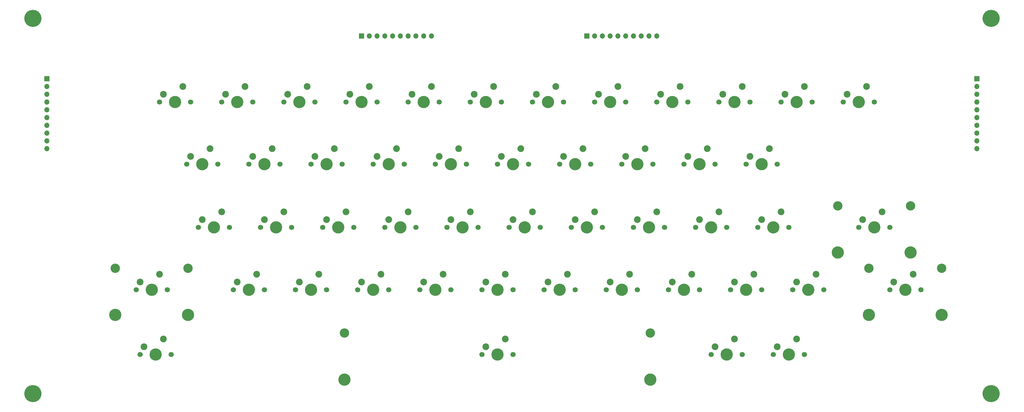
<source format=gts>
%TF.GenerationSoftware,KiCad,Pcbnew,(6.0.1)*%
%TF.CreationDate,2022-07-30T17:19:38+08:00*%
%TF.ProjectId,CrVisionMech,43725669-7369-46f6-9e4d-6563682e6b69,rev?*%
%TF.SameCoordinates,Original*%
%TF.FileFunction,Soldermask,Top*%
%TF.FilePolarity,Negative*%
%FSLAX46Y46*%
G04 Gerber Fmt 4.6, Leading zero omitted, Abs format (unit mm)*
G04 Created by KiCad (PCBNEW (6.0.1)) date 2022-07-30 17:19:38*
%MOMM*%
%LPD*%
G01*
G04 APERTURE LIST*
%ADD10C,1.700000*%
%ADD11C,4.000000*%
%ADD12C,2.200000*%
%ADD13C,5.600000*%
%ADD14R,1.700000X1.700000*%
%ADD15O,1.700000X1.700000*%
%ADD16C,3.050000*%
G04 APERTURE END LIST*
D10*
X232410000Y-125730000D03*
X242570000Y-125730000D03*
D11*
X237490000Y-125730000D03*
D12*
X240030000Y-120650000D03*
X233680000Y-123190000D03*
D11*
X318770000Y-125730000D03*
D10*
X313690000Y-125730000D03*
X323850000Y-125730000D03*
D12*
X321310000Y-120650000D03*
X314960000Y-123190000D03*
D13*
X48815000Y-221060000D03*
D10*
X171450000Y-125730000D03*
D11*
X176530000Y-125730000D03*
D10*
X181610000Y-125730000D03*
D12*
X179070000Y-120650000D03*
X172720000Y-123190000D03*
D10*
X271780000Y-146050000D03*
D11*
X266700000Y-146050000D03*
D10*
X261620000Y-146050000D03*
D12*
X269240000Y-140970000D03*
X262890000Y-143510000D03*
D10*
X236220000Y-187080000D03*
X246380000Y-187080000D03*
D11*
X241300000Y-187080000D03*
D12*
X243840000Y-182000000D03*
X237490000Y-184540000D03*
D11*
X281940000Y-187080000D03*
D10*
X287020000Y-187080000D03*
X276860000Y-187080000D03*
D12*
X284480000Y-182000000D03*
X278130000Y-184540000D03*
D14*
X156210000Y-104140000D03*
D15*
X158750000Y-104140000D03*
X161290000Y-104140000D03*
X163830000Y-104140000D03*
X166370000Y-104140000D03*
X168910000Y-104140000D03*
X171450000Y-104140000D03*
X173990000Y-104140000D03*
X176530000Y-104140000D03*
X179070000Y-104140000D03*
D10*
X129540000Y-146050000D03*
D11*
X124460000Y-146050000D03*
D10*
X119380000Y-146050000D03*
D12*
X127000000Y-140970000D03*
X120650000Y-143510000D03*
D11*
X335750000Y-174930000D03*
D10*
X318770000Y-166690000D03*
X328930000Y-166690000D03*
D11*
X323850000Y-166690000D03*
D16*
X311950000Y-159690000D03*
X335750000Y-159690000D03*
D11*
X311950000Y-174930000D03*
D12*
X326390000Y-161610000D03*
X320040000Y-164150000D03*
D11*
X144780000Y-146050000D03*
D10*
X139700000Y-146050000D03*
X149860000Y-146050000D03*
D12*
X147320000Y-140970000D03*
X140970000Y-143510000D03*
D10*
X170180000Y-146050000D03*
D11*
X165100000Y-146050000D03*
D10*
X160020000Y-146050000D03*
D12*
X167640000Y-140970000D03*
X161290000Y-143510000D03*
D10*
X220980000Y-146050000D03*
X231140000Y-146050000D03*
D11*
X226060000Y-146050000D03*
D12*
X228600000Y-140970000D03*
X222250000Y-143510000D03*
D13*
X48815000Y-98345000D03*
D11*
X139700000Y-187080000D03*
D10*
X134620000Y-187080000D03*
X144780000Y-187080000D03*
D12*
X142240000Y-182000000D03*
X135890000Y-184540000D03*
D11*
X261620000Y-187080000D03*
D10*
X266700000Y-187080000D03*
X256540000Y-187080000D03*
D12*
X264160000Y-182000000D03*
X257810000Y-184540000D03*
D10*
X114300000Y-187080000D03*
D11*
X119380000Y-187080000D03*
D10*
X124460000Y-187080000D03*
D12*
X121920000Y-182000000D03*
X115570000Y-184540000D03*
D10*
X303530000Y-125730000D03*
X293370000Y-125730000D03*
D11*
X298450000Y-125730000D03*
D12*
X300990000Y-120650000D03*
X294640000Y-123190000D03*
D11*
X200660000Y-208280000D03*
D10*
X195580000Y-208280000D03*
D16*
X150660000Y-201280000D03*
D11*
X150660000Y-216520000D03*
D10*
X205740000Y-208280000D03*
D11*
X250660000Y-216520000D03*
D16*
X250660000Y-201280000D03*
D12*
X203200000Y-203200000D03*
X196850000Y-205740000D03*
D11*
X278130000Y-125730000D03*
D10*
X273050000Y-125730000D03*
X283210000Y-125730000D03*
D12*
X280670000Y-120650000D03*
X274320000Y-123190000D03*
D10*
X215900000Y-187080000D03*
D11*
X220980000Y-187080000D03*
D10*
X226060000Y-187080000D03*
D12*
X223520000Y-182000000D03*
X217170000Y-184540000D03*
D10*
X300990000Y-208280000D03*
D11*
X295910000Y-208280000D03*
D10*
X290830000Y-208280000D03*
D12*
X298450000Y-203200000D03*
X292100000Y-205740000D03*
D10*
X224790000Y-166690000D03*
D11*
X229870000Y-166690000D03*
D10*
X234950000Y-166690000D03*
D12*
X232410000Y-161610000D03*
X226060000Y-164150000D03*
D11*
X160020000Y-187080000D03*
D10*
X154940000Y-187080000D03*
X165100000Y-187080000D03*
D12*
X162560000Y-182000000D03*
X156210000Y-184540000D03*
D10*
X113030000Y-166690000D03*
D11*
X107950000Y-166690000D03*
D10*
X102870000Y-166690000D03*
D12*
X110490000Y-161610000D03*
X104140000Y-164150000D03*
D10*
X93980000Y-208280000D03*
D11*
X88900000Y-208280000D03*
D10*
X83820000Y-208280000D03*
D12*
X91440000Y-203200000D03*
X85090000Y-205740000D03*
D11*
X185420000Y-146050000D03*
D10*
X180340000Y-146050000D03*
X190500000Y-146050000D03*
D12*
X187960000Y-140970000D03*
X181610000Y-143510000D03*
D11*
X217170000Y-125730000D03*
D10*
X212090000Y-125730000D03*
X222250000Y-125730000D03*
D12*
X219710000Y-120650000D03*
X213360000Y-123190000D03*
D10*
X90170000Y-125730000D03*
X100330000Y-125730000D03*
D11*
X95250000Y-125730000D03*
D12*
X97790000Y-120650000D03*
X91440000Y-123190000D03*
D13*
X362030000Y-221060000D03*
D11*
X128270000Y-166690000D03*
D10*
X123190000Y-166690000D03*
X133350000Y-166690000D03*
D12*
X130810000Y-161610000D03*
X124460000Y-164150000D03*
D10*
X252730000Y-125730000D03*
X262890000Y-125730000D03*
D11*
X257810000Y-125730000D03*
D12*
X260350000Y-120650000D03*
X254000000Y-123190000D03*
D11*
X270510000Y-166690000D03*
D10*
X265430000Y-166690000D03*
X275590000Y-166690000D03*
D12*
X273050000Y-161610000D03*
X266700000Y-164150000D03*
D10*
X130810000Y-125730000D03*
X140970000Y-125730000D03*
D11*
X135890000Y-125730000D03*
D12*
X138430000Y-120650000D03*
X132080000Y-123190000D03*
D10*
X161290000Y-125730000D03*
D11*
X156210000Y-125730000D03*
D10*
X151130000Y-125730000D03*
D12*
X158750000Y-120650000D03*
X152400000Y-123190000D03*
D14*
X357400000Y-118115000D03*
D15*
X357400000Y-120655000D03*
X357400000Y-123195000D03*
X357400000Y-125735000D03*
X357400000Y-128275000D03*
X357400000Y-130815000D03*
X357400000Y-133355000D03*
X357400000Y-135895000D03*
X357400000Y-138435000D03*
X357400000Y-140975000D03*
D10*
X292100000Y-146050000D03*
D11*
X287020000Y-146050000D03*
D10*
X281940000Y-146050000D03*
D12*
X289560000Y-140970000D03*
X283210000Y-143510000D03*
D10*
X110490000Y-125730000D03*
D11*
X115570000Y-125730000D03*
D10*
X120650000Y-125730000D03*
D12*
X118110000Y-120650000D03*
X111760000Y-123190000D03*
D13*
X362030000Y-98345000D03*
D10*
X328930000Y-187080000D03*
D16*
X345910000Y-180080000D03*
D11*
X345910000Y-195320000D03*
D10*
X339090000Y-187080000D03*
D16*
X322110000Y-180080000D03*
D11*
X334010000Y-187080000D03*
X322110000Y-195320000D03*
D12*
X336550000Y-182000000D03*
X330200000Y-184540000D03*
D10*
X200660000Y-146050000D03*
X210820000Y-146050000D03*
D11*
X205740000Y-146050000D03*
D12*
X208280000Y-140970000D03*
X201930000Y-143510000D03*
D10*
X191770000Y-125730000D03*
X201930000Y-125730000D03*
D11*
X196850000Y-125730000D03*
D12*
X199390000Y-120650000D03*
X193040000Y-123190000D03*
D14*
X229870000Y-104140000D03*
D15*
X232410000Y-104140000D03*
X234950000Y-104140000D03*
X237490000Y-104140000D03*
X240030000Y-104140000D03*
X242570000Y-104140000D03*
X245110000Y-104140000D03*
X247650000Y-104140000D03*
X250190000Y-104140000D03*
X252730000Y-104140000D03*
D10*
X204470000Y-166690000D03*
D11*
X209550000Y-166690000D03*
D10*
X214630000Y-166690000D03*
D12*
X212090000Y-161610000D03*
X205740000Y-164150000D03*
D10*
X270510000Y-208280000D03*
X280670000Y-208280000D03*
D11*
X275590000Y-208280000D03*
D12*
X278130000Y-203200000D03*
X271780000Y-205740000D03*
D10*
X194310000Y-166690000D03*
D11*
X189230000Y-166690000D03*
D10*
X184150000Y-166690000D03*
D12*
X191770000Y-161610000D03*
X185420000Y-164150000D03*
D11*
X246380000Y-146050000D03*
D10*
X241300000Y-146050000D03*
X251460000Y-146050000D03*
D12*
X248920000Y-140970000D03*
X242570000Y-143510000D03*
D11*
X148590000Y-166690000D03*
D10*
X143510000Y-166690000D03*
X153670000Y-166690000D03*
D12*
X151130000Y-161610000D03*
X144780000Y-164150000D03*
D10*
X82550000Y-187080000D03*
D16*
X99530000Y-180080000D03*
D10*
X92710000Y-187080000D03*
D11*
X87630000Y-187080000D03*
D16*
X75730000Y-180080000D03*
D11*
X99530000Y-195320000D03*
X75730000Y-195320000D03*
D12*
X90170000Y-182000000D03*
X83820000Y-184540000D03*
D10*
X285750000Y-166690000D03*
D11*
X290830000Y-166690000D03*
D10*
X295910000Y-166690000D03*
D12*
X293370000Y-161610000D03*
X287020000Y-164150000D03*
D10*
X245110000Y-166690000D03*
D11*
X250190000Y-166690000D03*
D10*
X255270000Y-166690000D03*
D12*
X252730000Y-161610000D03*
X246380000Y-164150000D03*
D11*
X168910000Y-166690000D03*
D10*
X163830000Y-166690000D03*
X173990000Y-166690000D03*
D12*
X171450000Y-161610000D03*
X165100000Y-164150000D03*
D11*
X180340000Y-187080000D03*
D10*
X175260000Y-187080000D03*
X185420000Y-187080000D03*
D12*
X182880000Y-182000000D03*
X176530000Y-184540000D03*
D10*
X109220000Y-146050000D03*
X99060000Y-146050000D03*
D11*
X104140000Y-146050000D03*
D12*
X106680000Y-140970000D03*
X100330000Y-143510000D03*
D10*
X297180000Y-187080000D03*
X307340000Y-187080000D03*
D11*
X302260000Y-187080000D03*
D12*
X304800000Y-182000000D03*
X298450000Y-184540000D03*
D14*
X53340000Y-118115000D03*
D15*
X53340000Y-120655000D03*
X53340000Y-123195000D03*
X53340000Y-125735000D03*
X53340000Y-128275000D03*
X53340000Y-130815000D03*
X53340000Y-133355000D03*
X53340000Y-135895000D03*
X53340000Y-138435000D03*
X53340000Y-140975000D03*
D11*
X200660000Y-187080000D03*
D10*
X195580000Y-187080000D03*
X205740000Y-187080000D03*
D12*
X203200000Y-182000000D03*
X196850000Y-184540000D03*
M02*

</source>
